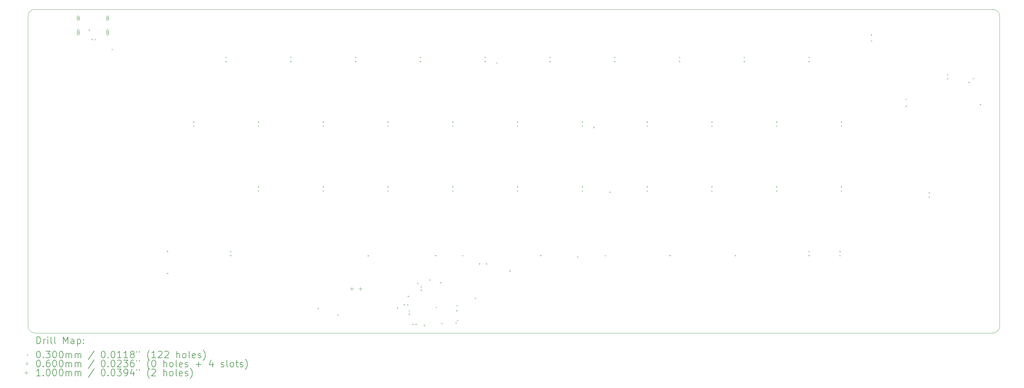
<source format=gbr>
%TF.GenerationSoftware,KiCad,Pcbnew,8.0.4*%
%TF.CreationDate,2024-09-09T16:00:11+08:00*%
%TF.ProjectId,PH60_Rev3,50483630-5f52-4657-9633-2e6b69636164,rev?*%
%TF.SameCoordinates,PX1b40518PY1b40518*%
%TF.FileFunction,Drillmap*%
%TF.FilePolarity,Positive*%
%FSLAX45Y45*%
G04 Gerber Fmt 4.5, Leading zero omitted, Abs format (unit mm)*
G04 Created by KiCad (PCBNEW 8.0.4) date 2024-09-09 16:00:11*
%MOMM*%
%LPD*%
G01*
G04 APERTURE LIST*
%ADD10C,0.050000*%
%ADD11C,0.200000*%
%ADD12C,0.100000*%
G04 APERTURE END LIST*
D10*
X28375000Y0D02*
G75*
G02*
X28575000Y-200000I0J-200000D01*
G01*
X28375000Y-9525000D02*
X200000Y-9525000D01*
X200000Y0D02*
X28375000Y0D01*
X0Y-200000D02*
G75*
G02*
X200000Y0I200000J0D01*
G01*
X28575000Y-9325000D02*
G75*
G02*
X28375000Y-9525000I-200000J0D01*
G01*
X200000Y-9525000D02*
G75*
G02*
X0Y-9325000I0J200000D01*
G01*
X28575000Y-200000D02*
X28575000Y-9325000D01*
X0Y-9325000D02*
X0Y-200000D01*
D11*
D12*
X1785000Y-593000D02*
X1815000Y-623000D01*
X1815000Y-593000D02*
X1785000Y-623000D01*
X1865000Y-870500D02*
X1895000Y-900500D01*
X1895000Y-870500D02*
X1865000Y-900500D01*
X1965000Y-870500D02*
X1995000Y-900500D01*
X1995000Y-870500D02*
X1965000Y-900500D01*
X2460000Y-1160000D02*
X2490000Y-1190000D01*
X2490000Y-1160000D02*
X2460000Y-1190000D01*
X4085000Y-7110500D02*
X4115000Y-7140500D01*
X4115000Y-7110500D02*
X4085000Y-7140500D01*
X4087350Y-7757650D02*
X4117350Y-7787650D01*
X4117350Y-7757650D02*
X4087350Y-7787650D01*
X4855450Y-3300500D02*
X4885450Y-3330500D01*
X4885450Y-3300500D02*
X4855450Y-3330500D01*
X4855450Y-3420500D02*
X4885450Y-3450500D01*
X4885450Y-3420500D02*
X4855450Y-3450500D01*
X5807950Y-1395500D02*
X5837950Y-1425500D01*
X5837950Y-1395500D02*
X5807950Y-1425500D01*
X5807950Y-1515500D02*
X5837950Y-1545500D01*
X5837950Y-1515500D02*
X5807950Y-1545500D01*
X5941450Y-7110500D02*
X5971450Y-7140500D01*
X5971450Y-7110500D02*
X5941450Y-7140500D01*
X5941450Y-7230500D02*
X5971450Y-7260500D01*
X5971450Y-7230500D02*
X5941450Y-7260500D01*
X6760450Y-3300500D02*
X6790450Y-3330500D01*
X6790450Y-3300500D02*
X6760450Y-3330500D01*
X6760450Y-3420500D02*
X6790450Y-3450500D01*
X6790450Y-3420500D02*
X6760450Y-3450500D01*
X6760450Y-5205500D02*
X6790450Y-5235500D01*
X6790450Y-5205500D02*
X6760450Y-5235500D01*
X6760450Y-5325500D02*
X6790450Y-5355500D01*
X6790450Y-5325500D02*
X6760450Y-5355500D01*
X7712950Y-1395500D02*
X7742950Y-1425500D01*
X7742950Y-1395500D02*
X7712950Y-1425500D01*
X7712950Y-1515500D02*
X7742950Y-1545500D01*
X7742950Y-1515500D02*
X7712950Y-1545500D01*
X8516250Y-8790000D02*
X8546250Y-8820000D01*
X8546250Y-8790000D02*
X8516250Y-8820000D01*
X8665450Y-3300500D02*
X8695450Y-3330500D01*
X8695450Y-3300500D02*
X8665450Y-3330500D01*
X8665450Y-3420500D02*
X8695450Y-3450500D01*
X8695450Y-3420500D02*
X8665450Y-3450500D01*
X8665450Y-5205500D02*
X8695450Y-5235500D01*
X8695450Y-5205500D02*
X8665450Y-5235500D01*
X8665450Y-5325500D02*
X8695450Y-5355500D01*
X8695450Y-5325500D02*
X8665450Y-5355500D01*
X9094250Y-8975000D02*
X9124250Y-9005000D01*
X9124250Y-8975000D02*
X9094250Y-9005000D01*
X9617950Y-1395500D02*
X9647950Y-1425500D01*
X9647950Y-1395500D02*
X9617950Y-1425500D01*
X9617950Y-1515500D02*
X9647950Y-1545500D01*
X9647950Y-1515500D02*
X9617950Y-1545500D01*
X9985000Y-7235000D02*
X10015000Y-7265000D01*
X10015000Y-7235000D02*
X9985000Y-7265000D01*
X10570450Y-3300500D02*
X10600450Y-3330500D01*
X10600450Y-3300500D02*
X10570450Y-3330500D01*
X10570450Y-3420500D02*
X10600450Y-3450500D01*
X10600450Y-3420500D02*
X10570450Y-3450500D01*
X10570450Y-5205500D02*
X10600450Y-5235500D01*
X10600450Y-5205500D02*
X10570450Y-5235500D01*
X10570450Y-5325500D02*
X10600450Y-5355500D01*
X10600450Y-5325500D02*
X10570450Y-5355500D01*
X10848250Y-8775000D02*
X10878250Y-8805000D01*
X10878250Y-8775000D02*
X10848250Y-8805000D01*
X11044250Y-8675000D02*
X11074250Y-8705000D01*
X11074250Y-8675000D02*
X11044250Y-8705000D01*
X11148250Y-8675000D02*
X11178250Y-8705000D01*
X11178250Y-8675000D02*
X11148250Y-8705000D01*
X11160000Y-8427000D02*
X11190000Y-8457000D01*
X11190000Y-8427000D02*
X11160000Y-8457000D01*
X11196500Y-8855000D02*
X11226500Y-8885000D01*
X11226500Y-8855000D02*
X11196500Y-8885000D01*
X11196500Y-8955000D02*
X11226500Y-8985000D01*
X11226500Y-8955000D02*
X11196500Y-8985000D01*
X11299500Y-9255000D02*
X11329500Y-9285000D01*
X11329500Y-9255000D02*
X11299500Y-9285000D01*
X11395500Y-9255000D02*
X11425500Y-9285000D01*
X11425500Y-9255000D02*
X11395500Y-9285000D01*
X11447250Y-8046000D02*
X11477250Y-8076000D01*
X11477250Y-8046000D02*
X11447250Y-8076000D01*
X11522950Y-1395500D02*
X11552950Y-1425500D01*
X11552950Y-1395500D02*
X11522950Y-1425500D01*
X11522950Y-1515500D02*
X11552950Y-1545500D01*
X11552950Y-1515500D02*
X11522950Y-1545500D01*
X11546250Y-8152000D02*
X11576250Y-8182000D01*
X11576250Y-8152000D02*
X11546250Y-8182000D01*
X11546250Y-8248000D02*
X11576250Y-8278000D01*
X11576250Y-8248000D02*
X11546250Y-8278000D01*
X11635000Y-9286000D02*
X11665000Y-9316000D01*
X11665000Y-9286000D02*
X11635000Y-9316000D01*
X11799779Y-7945221D02*
X11829779Y-7975221D01*
X11829779Y-7945221D02*
X11799779Y-7975221D01*
X11970978Y-7230500D02*
X12000978Y-7260500D01*
X12000978Y-7230500D02*
X11970978Y-7260500D01*
X11991250Y-8755000D02*
X12021250Y-8785000D01*
X12021250Y-8755000D02*
X11991250Y-8785000D01*
X12115000Y-8027000D02*
X12145000Y-8057000D01*
X12145000Y-8027000D02*
X12115000Y-8057000D01*
X12158000Y-9225000D02*
X12188000Y-9255000D01*
X12188000Y-9225000D02*
X12158000Y-9255000D01*
X12475450Y-3300500D02*
X12505450Y-3330500D01*
X12505450Y-3300500D02*
X12475450Y-3330500D01*
X12475450Y-3420500D02*
X12505450Y-3450500D01*
X12505450Y-3420500D02*
X12475450Y-3450500D01*
X12475450Y-5205500D02*
X12505450Y-5235500D01*
X12505450Y-5205500D02*
X12475450Y-5235500D01*
X12475450Y-5325500D02*
X12505450Y-5355500D01*
X12505450Y-5325500D02*
X12475450Y-5355500D01*
X12570676Y-9206574D02*
X12600676Y-9236574D01*
X12600676Y-9206574D02*
X12570676Y-9236574D01*
X12586807Y-8858193D02*
X12616807Y-8888193D01*
X12616807Y-8858193D02*
X12586807Y-8888193D01*
X12601586Y-8703267D02*
X12631586Y-8733267D01*
X12631586Y-8703267D02*
X12601586Y-8733267D01*
X12614926Y-9139927D02*
X12644926Y-9169927D01*
X12644926Y-9139927D02*
X12614926Y-9169927D01*
X12770078Y-7230500D02*
X12800078Y-7260500D01*
X12800078Y-7230500D02*
X12770078Y-7260500D01*
X13140000Y-8490000D02*
X13170000Y-8520000D01*
X13170000Y-8490000D02*
X13140000Y-8520000D01*
X13260000Y-7470500D02*
X13290000Y-7500500D01*
X13290000Y-7470500D02*
X13260000Y-7500500D01*
X13427950Y-1395500D02*
X13457950Y-1425500D01*
X13457950Y-1395500D02*
X13427950Y-1425500D01*
X13427950Y-1515500D02*
X13457950Y-1545500D01*
X13457950Y-1515500D02*
X13427950Y-1545500D01*
X13465000Y-7470500D02*
X13495000Y-7500500D01*
X13495000Y-7470500D02*
X13465000Y-7500500D01*
X13764500Y-1555500D02*
X13794500Y-1585500D01*
X13794500Y-1555500D02*
X13764500Y-1585500D01*
X14160000Y-7685000D02*
X14190000Y-7715000D01*
X14190000Y-7685000D02*
X14160000Y-7715000D01*
X14380450Y-3300500D02*
X14410450Y-3330500D01*
X14410450Y-3300500D02*
X14380450Y-3330500D01*
X14380450Y-3420500D02*
X14410450Y-3450500D01*
X14410450Y-3420500D02*
X14380450Y-3450500D01*
X14380450Y-5205500D02*
X14410450Y-5235500D01*
X14410450Y-5205500D02*
X14380450Y-5235500D01*
X14380450Y-5325500D02*
X14410450Y-5355500D01*
X14410450Y-5325500D02*
X14380450Y-5355500D01*
X15060000Y-7230500D02*
X15090000Y-7260500D01*
X15090000Y-7230500D02*
X15060000Y-7260500D01*
X15332950Y-1395500D02*
X15362950Y-1425500D01*
X15362950Y-1395500D02*
X15332950Y-1425500D01*
X15332950Y-1515500D02*
X15362950Y-1545500D01*
X15362950Y-1515500D02*
X15332950Y-1545500D01*
X16145750Y-7270500D02*
X16175750Y-7300500D01*
X16175750Y-7270500D02*
X16145750Y-7300500D01*
X16285450Y-3300500D02*
X16315450Y-3330500D01*
X16315450Y-3300500D02*
X16285450Y-3330500D01*
X16285450Y-3420500D02*
X16315450Y-3450500D01*
X16315450Y-3420500D02*
X16285450Y-3450500D01*
X16285450Y-5205500D02*
X16315450Y-5235500D01*
X16315450Y-5205500D02*
X16285450Y-5235500D01*
X16285450Y-5325500D02*
X16315450Y-5355500D01*
X16315450Y-5325500D02*
X16285450Y-5355500D01*
X16622000Y-3460500D02*
X16652000Y-3490500D01*
X16652000Y-3460500D02*
X16622000Y-3490500D01*
X16960000Y-7230500D02*
X16990000Y-7260500D01*
X16990000Y-7230500D02*
X16960000Y-7260500D01*
X17098250Y-5365500D02*
X17128250Y-5395500D01*
X17128250Y-5365500D02*
X17098250Y-5395500D01*
X17237950Y-1395500D02*
X17267950Y-1425500D01*
X17267950Y-1395500D02*
X17237950Y-1425500D01*
X17237950Y-1515500D02*
X17267950Y-1545500D01*
X17267950Y-1515500D02*
X17237950Y-1545500D01*
X18190450Y-3300500D02*
X18220450Y-3330500D01*
X18220450Y-3300500D02*
X18190450Y-3330500D01*
X18190450Y-3420500D02*
X18220450Y-3450500D01*
X18220450Y-3420500D02*
X18190450Y-3450500D01*
X18190450Y-5205500D02*
X18220450Y-5235500D01*
X18220450Y-5205500D02*
X18190450Y-5235500D01*
X18190450Y-5325500D02*
X18220450Y-5355500D01*
X18220450Y-5325500D02*
X18190450Y-5355500D01*
X18860000Y-7230500D02*
X18890000Y-7260500D01*
X18890000Y-7230500D02*
X18860000Y-7260500D01*
X19142950Y-1395500D02*
X19172950Y-1425500D01*
X19172950Y-1395500D02*
X19142950Y-1425500D01*
X19142950Y-1515500D02*
X19172950Y-1545500D01*
X19172950Y-1515500D02*
X19142950Y-1545500D01*
X20095450Y-3300500D02*
X20125450Y-3330500D01*
X20125450Y-3300500D02*
X20095450Y-3330500D01*
X20095450Y-3420500D02*
X20125450Y-3450500D01*
X20125450Y-3420500D02*
X20095450Y-3450500D01*
X20095450Y-5205500D02*
X20125450Y-5235500D01*
X20125450Y-5205500D02*
X20095450Y-5235500D01*
X20095450Y-5325500D02*
X20125450Y-5355500D01*
X20125450Y-5325500D02*
X20095450Y-5355500D01*
X20785000Y-7230500D02*
X20815000Y-7260500D01*
X20815000Y-7230500D02*
X20785000Y-7260500D01*
X21047950Y-1395500D02*
X21077950Y-1425500D01*
X21077950Y-1395500D02*
X21047950Y-1425500D01*
X21047950Y-1515500D02*
X21077950Y-1545500D01*
X21077950Y-1515500D02*
X21047950Y-1545500D01*
X22000450Y-3300500D02*
X22030450Y-3330500D01*
X22030450Y-3300500D02*
X22000450Y-3330500D01*
X22000450Y-3420500D02*
X22030450Y-3450500D01*
X22030450Y-3420500D02*
X22000450Y-3450500D01*
X22000450Y-5205500D02*
X22030450Y-5235500D01*
X22030450Y-5205500D02*
X22000450Y-5235500D01*
X22000450Y-5325500D02*
X22030450Y-5355500D01*
X22030450Y-5325500D02*
X22000450Y-5355500D01*
X22952950Y-1395500D02*
X22982950Y-1425500D01*
X22982950Y-1395500D02*
X22952950Y-1425500D01*
X22952950Y-1515500D02*
X22982950Y-1545500D01*
X22982950Y-1515500D02*
X22952950Y-1545500D01*
X22952950Y-7110500D02*
X22982950Y-7140500D01*
X22982950Y-7110500D02*
X22952950Y-7140500D01*
X22952950Y-7230500D02*
X22982950Y-7260500D01*
X22982950Y-7230500D02*
X22952950Y-7260500D01*
X23860000Y-7110500D02*
X23890000Y-7140500D01*
X23890000Y-7110500D02*
X23860000Y-7140500D01*
X23860000Y-7230500D02*
X23890000Y-7260500D01*
X23890000Y-7230500D02*
X23860000Y-7260500D01*
X23905450Y-3300500D02*
X23935450Y-3330500D01*
X23935450Y-3300500D02*
X23905450Y-3330500D01*
X23905450Y-3420500D02*
X23935450Y-3450500D01*
X23935450Y-3420500D02*
X23905450Y-3450500D01*
X23905450Y-5205500D02*
X23935450Y-5235500D01*
X23935450Y-5205500D02*
X23905450Y-5235500D01*
X23905450Y-5325500D02*
X23935450Y-5355500D01*
X23935450Y-5325500D02*
X23905450Y-5355500D01*
X24785000Y-735000D02*
X24815000Y-765000D01*
X24815000Y-735000D02*
X24785000Y-765000D01*
X24786926Y-911926D02*
X24816926Y-941926D01*
X24816926Y-911926D02*
X24786926Y-941926D01*
X25810000Y-2635000D02*
X25840000Y-2665000D01*
X25840000Y-2635000D02*
X25810000Y-2665000D01*
X25810000Y-2835000D02*
X25840000Y-2865000D01*
X25840000Y-2835000D02*
X25810000Y-2865000D01*
X26485000Y-5383000D02*
X26515000Y-5413000D01*
X26515000Y-5383000D02*
X26485000Y-5413000D01*
X26485000Y-5503000D02*
X26515000Y-5533000D01*
X26515000Y-5503000D02*
X26485000Y-5533000D01*
X27023300Y-1900000D02*
X27053300Y-1930000D01*
X27053300Y-1900000D02*
X27023300Y-1930000D01*
X27023300Y-2020000D02*
X27053300Y-2050000D01*
X27053300Y-2020000D02*
X27023300Y-2050000D01*
X27660000Y-2135000D02*
X27690000Y-2165000D01*
X27690000Y-2135000D02*
X27660000Y-2165000D01*
X27780711Y-2014289D02*
X27810711Y-2044289D01*
X27810711Y-2014289D02*
X27780711Y-2044289D01*
X27987375Y-2785000D02*
X28017375Y-2815000D01*
X28017375Y-2785000D02*
X27987375Y-2815000D01*
X1503000Y-260000D02*
G75*
G02*
X1443000Y-260000I-30000J0D01*
G01*
X1443000Y-260000D02*
G75*
G02*
X1503000Y-260000I30000J0D01*
G01*
X1443000Y-220000D02*
X1443000Y-300000D01*
X1503000Y-300000D02*
G75*
G02*
X1443000Y-300000I-30000J0D01*
G01*
X1503000Y-300000D02*
X1503000Y-220000D01*
X1503000Y-220000D02*
G75*
G03*
X1443000Y-220000I-30000J0D01*
G01*
X1503000Y-678000D02*
G75*
G02*
X1443000Y-678000I-30000J0D01*
G01*
X1443000Y-678000D02*
G75*
G02*
X1503000Y-678000I30000J0D01*
G01*
X1443000Y-623000D02*
X1443000Y-733000D01*
X1503000Y-733000D02*
G75*
G02*
X1443000Y-733000I-30000J0D01*
G01*
X1503000Y-733000D02*
X1503000Y-623000D01*
X1503000Y-623000D02*
G75*
G03*
X1443000Y-623000I-30000J0D01*
G01*
X2367000Y-260000D02*
G75*
G02*
X2307000Y-260000I-30000J0D01*
G01*
X2307000Y-260000D02*
G75*
G02*
X2367000Y-260000I30000J0D01*
G01*
X2307000Y-220000D02*
X2307000Y-300000D01*
X2367000Y-300000D02*
G75*
G02*
X2307000Y-300000I-30000J0D01*
G01*
X2367000Y-300000D02*
X2367000Y-220000D01*
X2367000Y-220000D02*
G75*
G03*
X2307000Y-220000I-30000J0D01*
G01*
X2367000Y-678000D02*
G75*
G02*
X2307000Y-678000I-30000J0D01*
G01*
X2307000Y-678000D02*
G75*
G02*
X2367000Y-678000I30000J0D01*
G01*
X2307000Y-623000D02*
X2307000Y-733000D01*
X2367000Y-733000D02*
G75*
G02*
X2307000Y-733000I-30000J0D01*
G01*
X2367000Y-733000D02*
X2367000Y-623000D01*
X2367000Y-623000D02*
G75*
G03*
X2307000Y-623000I-30000J0D01*
G01*
X9522500Y-8175000D02*
X9522500Y-8275000D01*
X9472500Y-8225000D02*
X9572500Y-8225000D01*
X9776500Y-8175000D02*
X9776500Y-8275000D01*
X9726500Y-8225000D02*
X9826500Y-8225000D01*
D11*
X258277Y-9838984D02*
X258277Y-9638984D01*
X258277Y-9638984D02*
X305896Y-9638984D01*
X305896Y-9638984D02*
X334467Y-9648508D01*
X334467Y-9648508D02*
X353515Y-9667555D01*
X353515Y-9667555D02*
X363039Y-9686603D01*
X363039Y-9686603D02*
X372562Y-9724698D01*
X372562Y-9724698D02*
X372562Y-9753270D01*
X372562Y-9753270D02*
X363039Y-9791365D01*
X363039Y-9791365D02*
X353515Y-9810412D01*
X353515Y-9810412D02*
X334467Y-9829460D01*
X334467Y-9829460D02*
X305896Y-9838984D01*
X305896Y-9838984D02*
X258277Y-9838984D01*
X458277Y-9838984D02*
X458277Y-9705650D01*
X458277Y-9743746D02*
X467801Y-9724698D01*
X467801Y-9724698D02*
X477324Y-9715174D01*
X477324Y-9715174D02*
X496372Y-9705650D01*
X496372Y-9705650D02*
X515420Y-9705650D01*
X582086Y-9838984D02*
X582086Y-9705650D01*
X582086Y-9638984D02*
X572563Y-9648508D01*
X572563Y-9648508D02*
X582086Y-9658031D01*
X582086Y-9658031D02*
X591610Y-9648508D01*
X591610Y-9648508D02*
X582086Y-9638984D01*
X582086Y-9638984D02*
X582086Y-9658031D01*
X705896Y-9838984D02*
X686848Y-9829460D01*
X686848Y-9829460D02*
X677324Y-9810412D01*
X677324Y-9810412D02*
X677324Y-9638984D01*
X810658Y-9838984D02*
X791610Y-9829460D01*
X791610Y-9829460D02*
X782086Y-9810412D01*
X782086Y-9810412D02*
X782086Y-9638984D01*
X1039229Y-9838984D02*
X1039229Y-9638984D01*
X1039229Y-9638984D02*
X1105896Y-9781841D01*
X1105896Y-9781841D02*
X1172563Y-9638984D01*
X1172563Y-9638984D02*
X1172563Y-9838984D01*
X1353515Y-9838984D02*
X1353515Y-9734222D01*
X1353515Y-9734222D02*
X1343991Y-9715174D01*
X1343991Y-9715174D02*
X1324944Y-9705650D01*
X1324944Y-9705650D02*
X1286848Y-9705650D01*
X1286848Y-9705650D02*
X1267801Y-9715174D01*
X1353515Y-9829460D02*
X1334467Y-9838984D01*
X1334467Y-9838984D02*
X1286848Y-9838984D01*
X1286848Y-9838984D02*
X1267801Y-9829460D01*
X1267801Y-9829460D02*
X1258277Y-9810412D01*
X1258277Y-9810412D02*
X1258277Y-9791365D01*
X1258277Y-9791365D02*
X1267801Y-9772317D01*
X1267801Y-9772317D02*
X1286848Y-9762793D01*
X1286848Y-9762793D02*
X1334467Y-9762793D01*
X1334467Y-9762793D02*
X1353515Y-9753270D01*
X1448753Y-9705650D02*
X1448753Y-9905650D01*
X1448753Y-9715174D02*
X1467801Y-9705650D01*
X1467801Y-9705650D02*
X1505896Y-9705650D01*
X1505896Y-9705650D02*
X1524943Y-9715174D01*
X1524943Y-9715174D02*
X1534467Y-9724698D01*
X1534467Y-9724698D02*
X1543991Y-9743746D01*
X1543991Y-9743746D02*
X1543991Y-9800889D01*
X1543991Y-9800889D02*
X1534467Y-9819936D01*
X1534467Y-9819936D02*
X1524943Y-9829460D01*
X1524943Y-9829460D02*
X1505896Y-9838984D01*
X1505896Y-9838984D02*
X1467801Y-9838984D01*
X1467801Y-9838984D02*
X1448753Y-9829460D01*
X1629705Y-9819936D02*
X1639229Y-9829460D01*
X1639229Y-9829460D02*
X1629705Y-9838984D01*
X1629705Y-9838984D02*
X1620182Y-9829460D01*
X1620182Y-9829460D02*
X1629705Y-9819936D01*
X1629705Y-9819936D02*
X1629705Y-9838984D01*
X1629705Y-9715174D02*
X1639229Y-9724698D01*
X1639229Y-9724698D02*
X1629705Y-9734222D01*
X1629705Y-9734222D02*
X1620182Y-9724698D01*
X1620182Y-9724698D02*
X1629705Y-9715174D01*
X1629705Y-9715174D02*
X1629705Y-9734222D01*
D12*
X-32500Y-10152500D02*
X-2500Y-10182500D01*
X-2500Y-10152500D02*
X-32500Y-10182500D01*
D11*
X296372Y-10058984D02*
X315420Y-10058984D01*
X315420Y-10058984D02*
X334467Y-10068508D01*
X334467Y-10068508D02*
X343991Y-10078031D01*
X343991Y-10078031D02*
X353515Y-10097079D01*
X353515Y-10097079D02*
X363039Y-10135174D01*
X363039Y-10135174D02*
X363039Y-10182793D01*
X363039Y-10182793D02*
X353515Y-10220889D01*
X353515Y-10220889D02*
X343991Y-10239936D01*
X343991Y-10239936D02*
X334467Y-10249460D01*
X334467Y-10249460D02*
X315420Y-10258984D01*
X315420Y-10258984D02*
X296372Y-10258984D01*
X296372Y-10258984D02*
X277324Y-10249460D01*
X277324Y-10249460D02*
X267801Y-10239936D01*
X267801Y-10239936D02*
X258277Y-10220889D01*
X258277Y-10220889D02*
X248753Y-10182793D01*
X248753Y-10182793D02*
X248753Y-10135174D01*
X248753Y-10135174D02*
X258277Y-10097079D01*
X258277Y-10097079D02*
X267801Y-10078031D01*
X267801Y-10078031D02*
X277324Y-10068508D01*
X277324Y-10068508D02*
X296372Y-10058984D01*
X448753Y-10239936D02*
X458277Y-10249460D01*
X458277Y-10249460D02*
X448753Y-10258984D01*
X448753Y-10258984D02*
X439229Y-10249460D01*
X439229Y-10249460D02*
X448753Y-10239936D01*
X448753Y-10239936D02*
X448753Y-10258984D01*
X524944Y-10058984D02*
X648753Y-10058984D01*
X648753Y-10058984D02*
X582086Y-10135174D01*
X582086Y-10135174D02*
X610658Y-10135174D01*
X610658Y-10135174D02*
X629705Y-10144698D01*
X629705Y-10144698D02*
X639229Y-10154222D01*
X639229Y-10154222D02*
X648753Y-10173270D01*
X648753Y-10173270D02*
X648753Y-10220889D01*
X648753Y-10220889D02*
X639229Y-10239936D01*
X639229Y-10239936D02*
X629705Y-10249460D01*
X629705Y-10249460D02*
X610658Y-10258984D01*
X610658Y-10258984D02*
X553515Y-10258984D01*
X553515Y-10258984D02*
X534467Y-10249460D01*
X534467Y-10249460D02*
X524944Y-10239936D01*
X772562Y-10058984D02*
X791610Y-10058984D01*
X791610Y-10058984D02*
X810658Y-10068508D01*
X810658Y-10068508D02*
X820182Y-10078031D01*
X820182Y-10078031D02*
X829705Y-10097079D01*
X829705Y-10097079D02*
X839229Y-10135174D01*
X839229Y-10135174D02*
X839229Y-10182793D01*
X839229Y-10182793D02*
X829705Y-10220889D01*
X829705Y-10220889D02*
X820182Y-10239936D01*
X820182Y-10239936D02*
X810658Y-10249460D01*
X810658Y-10249460D02*
X791610Y-10258984D01*
X791610Y-10258984D02*
X772562Y-10258984D01*
X772562Y-10258984D02*
X753515Y-10249460D01*
X753515Y-10249460D02*
X743991Y-10239936D01*
X743991Y-10239936D02*
X734467Y-10220889D01*
X734467Y-10220889D02*
X724943Y-10182793D01*
X724943Y-10182793D02*
X724943Y-10135174D01*
X724943Y-10135174D02*
X734467Y-10097079D01*
X734467Y-10097079D02*
X743991Y-10078031D01*
X743991Y-10078031D02*
X753515Y-10068508D01*
X753515Y-10068508D02*
X772562Y-10058984D01*
X963039Y-10058984D02*
X982086Y-10058984D01*
X982086Y-10058984D02*
X1001134Y-10068508D01*
X1001134Y-10068508D02*
X1010658Y-10078031D01*
X1010658Y-10078031D02*
X1020182Y-10097079D01*
X1020182Y-10097079D02*
X1029705Y-10135174D01*
X1029705Y-10135174D02*
X1029705Y-10182793D01*
X1029705Y-10182793D02*
X1020182Y-10220889D01*
X1020182Y-10220889D02*
X1010658Y-10239936D01*
X1010658Y-10239936D02*
X1001134Y-10249460D01*
X1001134Y-10249460D02*
X982086Y-10258984D01*
X982086Y-10258984D02*
X963039Y-10258984D01*
X963039Y-10258984D02*
X943991Y-10249460D01*
X943991Y-10249460D02*
X934467Y-10239936D01*
X934467Y-10239936D02*
X924943Y-10220889D01*
X924943Y-10220889D02*
X915420Y-10182793D01*
X915420Y-10182793D02*
X915420Y-10135174D01*
X915420Y-10135174D02*
X924943Y-10097079D01*
X924943Y-10097079D02*
X934467Y-10078031D01*
X934467Y-10078031D02*
X943991Y-10068508D01*
X943991Y-10068508D02*
X963039Y-10058984D01*
X1115420Y-10258984D02*
X1115420Y-10125650D01*
X1115420Y-10144698D02*
X1124944Y-10135174D01*
X1124944Y-10135174D02*
X1143991Y-10125650D01*
X1143991Y-10125650D02*
X1172563Y-10125650D01*
X1172563Y-10125650D02*
X1191610Y-10135174D01*
X1191610Y-10135174D02*
X1201134Y-10154222D01*
X1201134Y-10154222D02*
X1201134Y-10258984D01*
X1201134Y-10154222D02*
X1210658Y-10135174D01*
X1210658Y-10135174D02*
X1229705Y-10125650D01*
X1229705Y-10125650D02*
X1258277Y-10125650D01*
X1258277Y-10125650D02*
X1277325Y-10135174D01*
X1277325Y-10135174D02*
X1286848Y-10154222D01*
X1286848Y-10154222D02*
X1286848Y-10258984D01*
X1382086Y-10258984D02*
X1382086Y-10125650D01*
X1382086Y-10144698D02*
X1391610Y-10135174D01*
X1391610Y-10135174D02*
X1410658Y-10125650D01*
X1410658Y-10125650D02*
X1439229Y-10125650D01*
X1439229Y-10125650D02*
X1458277Y-10135174D01*
X1458277Y-10135174D02*
X1467801Y-10154222D01*
X1467801Y-10154222D02*
X1467801Y-10258984D01*
X1467801Y-10154222D02*
X1477324Y-10135174D01*
X1477324Y-10135174D02*
X1496372Y-10125650D01*
X1496372Y-10125650D02*
X1524943Y-10125650D01*
X1524943Y-10125650D02*
X1543991Y-10135174D01*
X1543991Y-10135174D02*
X1553515Y-10154222D01*
X1553515Y-10154222D02*
X1553515Y-10258984D01*
X1943991Y-10049460D02*
X1772563Y-10306603D01*
X2201134Y-10058984D02*
X2220182Y-10058984D01*
X2220182Y-10058984D02*
X2239229Y-10068508D01*
X2239229Y-10068508D02*
X2248753Y-10078031D01*
X2248753Y-10078031D02*
X2258277Y-10097079D01*
X2258277Y-10097079D02*
X2267801Y-10135174D01*
X2267801Y-10135174D02*
X2267801Y-10182793D01*
X2267801Y-10182793D02*
X2258277Y-10220889D01*
X2258277Y-10220889D02*
X2248753Y-10239936D01*
X2248753Y-10239936D02*
X2239229Y-10249460D01*
X2239229Y-10249460D02*
X2220182Y-10258984D01*
X2220182Y-10258984D02*
X2201134Y-10258984D01*
X2201134Y-10258984D02*
X2182087Y-10249460D01*
X2182087Y-10249460D02*
X2172563Y-10239936D01*
X2172563Y-10239936D02*
X2163039Y-10220889D01*
X2163039Y-10220889D02*
X2153515Y-10182793D01*
X2153515Y-10182793D02*
X2153515Y-10135174D01*
X2153515Y-10135174D02*
X2163039Y-10097079D01*
X2163039Y-10097079D02*
X2172563Y-10078031D01*
X2172563Y-10078031D02*
X2182087Y-10068508D01*
X2182087Y-10068508D02*
X2201134Y-10058984D01*
X2353515Y-10239936D02*
X2363039Y-10249460D01*
X2363039Y-10249460D02*
X2353515Y-10258984D01*
X2353515Y-10258984D02*
X2343991Y-10249460D01*
X2343991Y-10249460D02*
X2353515Y-10239936D01*
X2353515Y-10239936D02*
X2353515Y-10258984D01*
X2486848Y-10058984D02*
X2505896Y-10058984D01*
X2505896Y-10058984D02*
X2524944Y-10068508D01*
X2524944Y-10068508D02*
X2534468Y-10078031D01*
X2534468Y-10078031D02*
X2543991Y-10097079D01*
X2543991Y-10097079D02*
X2553515Y-10135174D01*
X2553515Y-10135174D02*
X2553515Y-10182793D01*
X2553515Y-10182793D02*
X2543991Y-10220889D01*
X2543991Y-10220889D02*
X2534468Y-10239936D01*
X2534468Y-10239936D02*
X2524944Y-10249460D01*
X2524944Y-10249460D02*
X2505896Y-10258984D01*
X2505896Y-10258984D02*
X2486848Y-10258984D01*
X2486848Y-10258984D02*
X2467801Y-10249460D01*
X2467801Y-10249460D02*
X2458277Y-10239936D01*
X2458277Y-10239936D02*
X2448753Y-10220889D01*
X2448753Y-10220889D02*
X2439229Y-10182793D01*
X2439229Y-10182793D02*
X2439229Y-10135174D01*
X2439229Y-10135174D02*
X2448753Y-10097079D01*
X2448753Y-10097079D02*
X2458277Y-10078031D01*
X2458277Y-10078031D02*
X2467801Y-10068508D01*
X2467801Y-10068508D02*
X2486848Y-10058984D01*
X2743991Y-10258984D02*
X2629706Y-10258984D01*
X2686848Y-10258984D02*
X2686848Y-10058984D01*
X2686848Y-10058984D02*
X2667801Y-10087555D01*
X2667801Y-10087555D02*
X2648753Y-10106603D01*
X2648753Y-10106603D02*
X2629706Y-10116127D01*
X2934467Y-10258984D02*
X2820182Y-10258984D01*
X2877325Y-10258984D02*
X2877325Y-10058984D01*
X2877325Y-10058984D02*
X2858277Y-10087555D01*
X2858277Y-10087555D02*
X2839229Y-10106603D01*
X2839229Y-10106603D02*
X2820182Y-10116127D01*
X3048753Y-10144698D02*
X3029706Y-10135174D01*
X3029706Y-10135174D02*
X3020182Y-10125650D01*
X3020182Y-10125650D02*
X3010658Y-10106603D01*
X3010658Y-10106603D02*
X3010658Y-10097079D01*
X3010658Y-10097079D02*
X3020182Y-10078031D01*
X3020182Y-10078031D02*
X3029706Y-10068508D01*
X3029706Y-10068508D02*
X3048753Y-10058984D01*
X3048753Y-10058984D02*
X3086848Y-10058984D01*
X3086848Y-10058984D02*
X3105896Y-10068508D01*
X3105896Y-10068508D02*
X3115420Y-10078031D01*
X3115420Y-10078031D02*
X3124944Y-10097079D01*
X3124944Y-10097079D02*
X3124944Y-10106603D01*
X3124944Y-10106603D02*
X3115420Y-10125650D01*
X3115420Y-10125650D02*
X3105896Y-10135174D01*
X3105896Y-10135174D02*
X3086848Y-10144698D01*
X3086848Y-10144698D02*
X3048753Y-10144698D01*
X3048753Y-10144698D02*
X3029706Y-10154222D01*
X3029706Y-10154222D02*
X3020182Y-10163746D01*
X3020182Y-10163746D02*
X3010658Y-10182793D01*
X3010658Y-10182793D02*
X3010658Y-10220889D01*
X3010658Y-10220889D02*
X3020182Y-10239936D01*
X3020182Y-10239936D02*
X3029706Y-10249460D01*
X3029706Y-10249460D02*
X3048753Y-10258984D01*
X3048753Y-10258984D02*
X3086848Y-10258984D01*
X3086848Y-10258984D02*
X3105896Y-10249460D01*
X3105896Y-10249460D02*
X3115420Y-10239936D01*
X3115420Y-10239936D02*
X3124944Y-10220889D01*
X3124944Y-10220889D02*
X3124944Y-10182793D01*
X3124944Y-10182793D02*
X3115420Y-10163746D01*
X3115420Y-10163746D02*
X3105896Y-10154222D01*
X3105896Y-10154222D02*
X3086848Y-10144698D01*
X3201134Y-10058984D02*
X3201134Y-10097079D01*
X3277325Y-10058984D02*
X3277325Y-10097079D01*
X3572563Y-10335174D02*
X3563039Y-10325650D01*
X3563039Y-10325650D02*
X3543991Y-10297079D01*
X3543991Y-10297079D02*
X3534468Y-10278031D01*
X3534468Y-10278031D02*
X3524944Y-10249460D01*
X3524944Y-10249460D02*
X3515420Y-10201841D01*
X3515420Y-10201841D02*
X3515420Y-10163746D01*
X3515420Y-10163746D02*
X3524944Y-10116127D01*
X3524944Y-10116127D02*
X3534468Y-10087555D01*
X3534468Y-10087555D02*
X3543991Y-10068508D01*
X3543991Y-10068508D02*
X3563039Y-10039936D01*
X3563039Y-10039936D02*
X3572563Y-10030412D01*
X3753515Y-10258984D02*
X3639229Y-10258984D01*
X3696372Y-10258984D02*
X3696372Y-10058984D01*
X3696372Y-10058984D02*
X3677325Y-10087555D01*
X3677325Y-10087555D02*
X3658277Y-10106603D01*
X3658277Y-10106603D02*
X3639229Y-10116127D01*
X3829706Y-10078031D02*
X3839229Y-10068508D01*
X3839229Y-10068508D02*
X3858277Y-10058984D01*
X3858277Y-10058984D02*
X3905896Y-10058984D01*
X3905896Y-10058984D02*
X3924944Y-10068508D01*
X3924944Y-10068508D02*
X3934468Y-10078031D01*
X3934468Y-10078031D02*
X3943991Y-10097079D01*
X3943991Y-10097079D02*
X3943991Y-10116127D01*
X3943991Y-10116127D02*
X3934468Y-10144698D01*
X3934468Y-10144698D02*
X3820182Y-10258984D01*
X3820182Y-10258984D02*
X3943991Y-10258984D01*
X4020182Y-10078031D02*
X4029706Y-10068508D01*
X4029706Y-10068508D02*
X4048753Y-10058984D01*
X4048753Y-10058984D02*
X4096372Y-10058984D01*
X4096372Y-10058984D02*
X4115420Y-10068508D01*
X4115420Y-10068508D02*
X4124944Y-10078031D01*
X4124944Y-10078031D02*
X4134468Y-10097079D01*
X4134468Y-10097079D02*
X4134468Y-10116127D01*
X4134468Y-10116127D02*
X4124944Y-10144698D01*
X4124944Y-10144698D02*
X4010658Y-10258984D01*
X4010658Y-10258984D02*
X4134468Y-10258984D01*
X4372563Y-10258984D02*
X4372563Y-10058984D01*
X4458277Y-10258984D02*
X4458277Y-10154222D01*
X4458277Y-10154222D02*
X4448753Y-10135174D01*
X4448753Y-10135174D02*
X4429706Y-10125650D01*
X4429706Y-10125650D02*
X4401134Y-10125650D01*
X4401134Y-10125650D02*
X4382087Y-10135174D01*
X4382087Y-10135174D02*
X4372563Y-10144698D01*
X4582087Y-10258984D02*
X4563039Y-10249460D01*
X4563039Y-10249460D02*
X4553515Y-10239936D01*
X4553515Y-10239936D02*
X4543992Y-10220889D01*
X4543992Y-10220889D02*
X4543992Y-10163746D01*
X4543992Y-10163746D02*
X4553515Y-10144698D01*
X4553515Y-10144698D02*
X4563039Y-10135174D01*
X4563039Y-10135174D02*
X4582087Y-10125650D01*
X4582087Y-10125650D02*
X4610658Y-10125650D01*
X4610658Y-10125650D02*
X4629706Y-10135174D01*
X4629706Y-10135174D02*
X4639230Y-10144698D01*
X4639230Y-10144698D02*
X4648753Y-10163746D01*
X4648753Y-10163746D02*
X4648753Y-10220889D01*
X4648753Y-10220889D02*
X4639230Y-10239936D01*
X4639230Y-10239936D02*
X4629706Y-10249460D01*
X4629706Y-10249460D02*
X4610658Y-10258984D01*
X4610658Y-10258984D02*
X4582087Y-10258984D01*
X4763039Y-10258984D02*
X4743992Y-10249460D01*
X4743992Y-10249460D02*
X4734468Y-10230412D01*
X4734468Y-10230412D02*
X4734468Y-10058984D01*
X4915420Y-10249460D02*
X4896373Y-10258984D01*
X4896373Y-10258984D02*
X4858277Y-10258984D01*
X4858277Y-10258984D02*
X4839230Y-10249460D01*
X4839230Y-10249460D02*
X4829706Y-10230412D01*
X4829706Y-10230412D02*
X4829706Y-10154222D01*
X4829706Y-10154222D02*
X4839230Y-10135174D01*
X4839230Y-10135174D02*
X4858277Y-10125650D01*
X4858277Y-10125650D02*
X4896373Y-10125650D01*
X4896373Y-10125650D02*
X4915420Y-10135174D01*
X4915420Y-10135174D02*
X4924944Y-10154222D01*
X4924944Y-10154222D02*
X4924944Y-10173270D01*
X4924944Y-10173270D02*
X4829706Y-10192317D01*
X5001134Y-10249460D02*
X5020182Y-10258984D01*
X5020182Y-10258984D02*
X5058277Y-10258984D01*
X5058277Y-10258984D02*
X5077325Y-10249460D01*
X5077325Y-10249460D02*
X5086849Y-10230412D01*
X5086849Y-10230412D02*
X5086849Y-10220889D01*
X5086849Y-10220889D02*
X5077325Y-10201841D01*
X5077325Y-10201841D02*
X5058277Y-10192317D01*
X5058277Y-10192317D02*
X5029706Y-10192317D01*
X5029706Y-10192317D02*
X5010658Y-10182793D01*
X5010658Y-10182793D02*
X5001134Y-10163746D01*
X5001134Y-10163746D02*
X5001134Y-10154222D01*
X5001134Y-10154222D02*
X5010658Y-10135174D01*
X5010658Y-10135174D02*
X5029706Y-10125650D01*
X5029706Y-10125650D02*
X5058277Y-10125650D01*
X5058277Y-10125650D02*
X5077325Y-10135174D01*
X5153515Y-10335174D02*
X5163039Y-10325650D01*
X5163039Y-10325650D02*
X5182087Y-10297079D01*
X5182087Y-10297079D02*
X5191611Y-10278031D01*
X5191611Y-10278031D02*
X5201134Y-10249460D01*
X5201134Y-10249460D02*
X5210658Y-10201841D01*
X5210658Y-10201841D02*
X5210658Y-10163746D01*
X5210658Y-10163746D02*
X5201134Y-10116127D01*
X5201134Y-10116127D02*
X5191611Y-10087555D01*
X5191611Y-10087555D02*
X5182087Y-10068508D01*
X5182087Y-10068508D02*
X5163039Y-10039936D01*
X5163039Y-10039936D02*
X5153515Y-10030412D01*
D12*
X-2500Y-10431500D02*
G75*
G02*
X-62500Y-10431500I-30000J0D01*
G01*
X-62500Y-10431500D02*
G75*
G02*
X-2500Y-10431500I30000J0D01*
G01*
D11*
X296372Y-10322984D02*
X315420Y-10322984D01*
X315420Y-10322984D02*
X334467Y-10332508D01*
X334467Y-10332508D02*
X343991Y-10342031D01*
X343991Y-10342031D02*
X353515Y-10361079D01*
X353515Y-10361079D02*
X363039Y-10399174D01*
X363039Y-10399174D02*
X363039Y-10446793D01*
X363039Y-10446793D02*
X353515Y-10484889D01*
X353515Y-10484889D02*
X343991Y-10503936D01*
X343991Y-10503936D02*
X334467Y-10513460D01*
X334467Y-10513460D02*
X315420Y-10522984D01*
X315420Y-10522984D02*
X296372Y-10522984D01*
X296372Y-10522984D02*
X277324Y-10513460D01*
X277324Y-10513460D02*
X267801Y-10503936D01*
X267801Y-10503936D02*
X258277Y-10484889D01*
X258277Y-10484889D02*
X248753Y-10446793D01*
X248753Y-10446793D02*
X248753Y-10399174D01*
X248753Y-10399174D02*
X258277Y-10361079D01*
X258277Y-10361079D02*
X267801Y-10342031D01*
X267801Y-10342031D02*
X277324Y-10332508D01*
X277324Y-10332508D02*
X296372Y-10322984D01*
X448753Y-10503936D02*
X458277Y-10513460D01*
X458277Y-10513460D02*
X448753Y-10522984D01*
X448753Y-10522984D02*
X439229Y-10513460D01*
X439229Y-10513460D02*
X448753Y-10503936D01*
X448753Y-10503936D02*
X448753Y-10522984D01*
X629705Y-10322984D02*
X591610Y-10322984D01*
X591610Y-10322984D02*
X572563Y-10332508D01*
X572563Y-10332508D02*
X563039Y-10342031D01*
X563039Y-10342031D02*
X543991Y-10370603D01*
X543991Y-10370603D02*
X534467Y-10408698D01*
X534467Y-10408698D02*
X534467Y-10484889D01*
X534467Y-10484889D02*
X543991Y-10503936D01*
X543991Y-10503936D02*
X553515Y-10513460D01*
X553515Y-10513460D02*
X572563Y-10522984D01*
X572563Y-10522984D02*
X610658Y-10522984D01*
X610658Y-10522984D02*
X629705Y-10513460D01*
X629705Y-10513460D02*
X639229Y-10503936D01*
X639229Y-10503936D02*
X648753Y-10484889D01*
X648753Y-10484889D02*
X648753Y-10437270D01*
X648753Y-10437270D02*
X639229Y-10418222D01*
X639229Y-10418222D02*
X629705Y-10408698D01*
X629705Y-10408698D02*
X610658Y-10399174D01*
X610658Y-10399174D02*
X572563Y-10399174D01*
X572563Y-10399174D02*
X553515Y-10408698D01*
X553515Y-10408698D02*
X543991Y-10418222D01*
X543991Y-10418222D02*
X534467Y-10437270D01*
X772562Y-10322984D02*
X791610Y-10322984D01*
X791610Y-10322984D02*
X810658Y-10332508D01*
X810658Y-10332508D02*
X820182Y-10342031D01*
X820182Y-10342031D02*
X829705Y-10361079D01*
X829705Y-10361079D02*
X839229Y-10399174D01*
X839229Y-10399174D02*
X839229Y-10446793D01*
X839229Y-10446793D02*
X829705Y-10484889D01*
X829705Y-10484889D02*
X820182Y-10503936D01*
X820182Y-10503936D02*
X810658Y-10513460D01*
X810658Y-10513460D02*
X791610Y-10522984D01*
X791610Y-10522984D02*
X772562Y-10522984D01*
X772562Y-10522984D02*
X753515Y-10513460D01*
X753515Y-10513460D02*
X743991Y-10503936D01*
X743991Y-10503936D02*
X734467Y-10484889D01*
X734467Y-10484889D02*
X724943Y-10446793D01*
X724943Y-10446793D02*
X724943Y-10399174D01*
X724943Y-10399174D02*
X734467Y-10361079D01*
X734467Y-10361079D02*
X743991Y-10342031D01*
X743991Y-10342031D02*
X753515Y-10332508D01*
X753515Y-10332508D02*
X772562Y-10322984D01*
X963039Y-10322984D02*
X982086Y-10322984D01*
X982086Y-10322984D02*
X1001134Y-10332508D01*
X1001134Y-10332508D02*
X1010658Y-10342031D01*
X1010658Y-10342031D02*
X1020182Y-10361079D01*
X1020182Y-10361079D02*
X1029705Y-10399174D01*
X1029705Y-10399174D02*
X1029705Y-10446793D01*
X1029705Y-10446793D02*
X1020182Y-10484889D01*
X1020182Y-10484889D02*
X1010658Y-10503936D01*
X1010658Y-10503936D02*
X1001134Y-10513460D01*
X1001134Y-10513460D02*
X982086Y-10522984D01*
X982086Y-10522984D02*
X963039Y-10522984D01*
X963039Y-10522984D02*
X943991Y-10513460D01*
X943991Y-10513460D02*
X934467Y-10503936D01*
X934467Y-10503936D02*
X924943Y-10484889D01*
X924943Y-10484889D02*
X915420Y-10446793D01*
X915420Y-10446793D02*
X915420Y-10399174D01*
X915420Y-10399174D02*
X924943Y-10361079D01*
X924943Y-10361079D02*
X934467Y-10342031D01*
X934467Y-10342031D02*
X943991Y-10332508D01*
X943991Y-10332508D02*
X963039Y-10322984D01*
X1115420Y-10522984D02*
X1115420Y-10389650D01*
X1115420Y-10408698D02*
X1124944Y-10399174D01*
X1124944Y-10399174D02*
X1143991Y-10389650D01*
X1143991Y-10389650D02*
X1172563Y-10389650D01*
X1172563Y-10389650D02*
X1191610Y-10399174D01*
X1191610Y-10399174D02*
X1201134Y-10418222D01*
X1201134Y-10418222D02*
X1201134Y-10522984D01*
X1201134Y-10418222D02*
X1210658Y-10399174D01*
X1210658Y-10399174D02*
X1229705Y-10389650D01*
X1229705Y-10389650D02*
X1258277Y-10389650D01*
X1258277Y-10389650D02*
X1277325Y-10399174D01*
X1277325Y-10399174D02*
X1286848Y-10418222D01*
X1286848Y-10418222D02*
X1286848Y-10522984D01*
X1382086Y-10522984D02*
X1382086Y-10389650D01*
X1382086Y-10408698D02*
X1391610Y-10399174D01*
X1391610Y-10399174D02*
X1410658Y-10389650D01*
X1410658Y-10389650D02*
X1439229Y-10389650D01*
X1439229Y-10389650D02*
X1458277Y-10399174D01*
X1458277Y-10399174D02*
X1467801Y-10418222D01*
X1467801Y-10418222D02*
X1467801Y-10522984D01*
X1467801Y-10418222D02*
X1477324Y-10399174D01*
X1477324Y-10399174D02*
X1496372Y-10389650D01*
X1496372Y-10389650D02*
X1524943Y-10389650D01*
X1524943Y-10389650D02*
X1543991Y-10399174D01*
X1543991Y-10399174D02*
X1553515Y-10418222D01*
X1553515Y-10418222D02*
X1553515Y-10522984D01*
X1943991Y-10313460D02*
X1772563Y-10570603D01*
X2201134Y-10322984D02*
X2220182Y-10322984D01*
X2220182Y-10322984D02*
X2239229Y-10332508D01*
X2239229Y-10332508D02*
X2248753Y-10342031D01*
X2248753Y-10342031D02*
X2258277Y-10361079D01*
X2258277Y-10361079D02*
X2267801Y-10399174D01*
X2267801Y-10399174D02*
X2267801Y-10446793D01*
X2267801Y-10446793D02*
X2258277Y-10484889D01*
X2258277Y-10484889D02*
X2248753Y-10503936D01*
X2248753Y-10503936D02*
X2239229Y-10513460D01*
X2239229Y-10513460D02*
X2220182Y-10522984D01*
X2220182Y-10522984D02*
X2201134Y-10522984D01*
X2201134Y-10522984D02*
X2182087Y-10513460D01*
X2182087Y-10513460D02*
X2172563Y-10503936D01*
X2172563Y-10503936D02*
X2163039Y-10484889D01*
X2163039Y-10484889D02*
X2153515Y-10446793D01*
X2153515Y-10446793D02*
X2153515Y-10399174D01*
X2153515Y-10399174D02*
X2163039Y-10361079D01*
X2163039Y-10361079D02*
X2172563Y-10342031D01*
X2172563Y-10342031D02*
X2182087Y-10332508D01*
X2182087Y-10332508D02*
X2201134Y-10322984D01*
X2353515Y-10503936D02*
X2363039Y-10513460D01*
X2363039Y-10513460D02*
X2353515Y-10522984D01*
X2353515Y-10522984D02*
X2343991Y-10513460D01*
X2343991Y-10513460D02*
X2353515Y-10503936D01*
X2353515Y-10503936D02*
X2353515Y-10522984D01*
X2486848Y-10322984D02*
X2505896Y-10322984D01*
X2505896Y-10322984D02*
X2524944Y-10332508D01*
X2524944Y-10332508D02*
X2534468Y-10342031D01*
X2534468Y-10342031D02*
X2543991Y-10361079D01*
X2543991Y-10361079D02*
X2553515Y-10399174D01*
X2553515Y-10399174D02*
X2553515Y-10446793D01*
X2553515Y-10446793D02*
X2543991Y-10484889D01*
X2543991Y-10484889D02*
X2534468Y-10503936D01*
X2534468Y-10503936D02*
X2524944Y-10513460D01*
X2524944Y-10513460D02*
X2505896Y-10522984D01*
X2505896Y-10522984D02*
X2486848Y-10522984D01*
X2486848Y-10522984D02*
X2467801Y-10513460D01*
X2467801Y-10513460D02*
X2458277Y-10503936D01*
X2458277Y-10503936D02*
X2448753Y-10484889D01*
X2448753Y-10484889D02*
X2439229Y-10446793D01*
X2439229Y-10446793D02*
X2439229Y-10399174D01*
X2439229Y-10399174D02*
X2448753Y-10361079D01*
X2448753Y-10361079D02*
X2458277Y-10342031D01*
X2458277Y-10342031D02*
X2467801Y-10332508D01*
X2467801Y-10332508D02*
X2486848Y-10322984D01*
X2629706Y-10342031D02*
X2639229Y-10332508D01*
X2639229Y-10332508D02*
X2658277Y-10322984D01*
X2658277Y-10322984D02*
X2705896Y-10322984D01*
X2705896Y-10322984D02*
X2724944Y-10332508D01*
X2724944Y-10332508D02*
X2734468Y-10342031D01*
X2734468Y-10342031D02*
X2743991Y-10361079D01*
X2743991Y-10361079D02*
X2743991Y-10380127D01*
X2743991Y-10380127D02*
X2734468Y-10408698D01*
X2734468Y-10408698D02*
X2620182Y-10522984D01*
X2620182Y-10522984D02*
X2743991Y-10522984D01*
X2810658Y-10322984D02*
X2934467Y-10322984D01*
X2934467Y-10322984D02*
X2867801Y-10399174D01*
X2867801Y-10399174D02*
X2896372Y-10399174D01*
X2896372Y-10399174D02*
X2915420Y-10408698D01*
X2915420Y-10408698D02*
X2924944Y-10418222D01*
X2924944Y-10418222D02*
X2934467Y-10437270D01*
X2934467Y-10437270D02*
X2934467Y-10484889D01*
X2934467Y-10484889D02*
X2924944Y-10503936D01*
X2924944Y-10503936D02*
X2915420Y-10513460D01*
X2915420Y-10513460D02*
X2896372Y-10522984D01*
X2896372Y-10522984D02*
X2839229Y-10522984D01*
X2839229Y-10522984D02*
X2820182Y-10513460D01*
X2820182Y-10513460D02*
X2810658Y-10503936D01*
X3105896Y-10322984D02*
X3067801Y-10322984D01*
X3067801Y-10322984D02*
X3048753Y-10332508D01*
X3048753Y-10332508D02*
X3039229Y-10342031D01*
X3039229Y-10342031D02*
X3020182Y-10370603D01*
X3020182Y-10370603D02*
X3010658Y-10408698D01*
X3010658Y-10408698D02*
X3010658Y-10484889D01*
X3010658Y-10484889D02*
X3020182Y-10503936D01*
X3020182Y-10503936D02*
X3029706Y-10513460D01*
X3029706Y-10513460D02*
X3048753Y-10522984D01*
X3048753Y-10522984D02*
X3086848Y-10522984D01*
X3086848Y-10522984D02*
X3105896Y-10513460D01*
X3105896Y-10513460D02*
X3115420Y-10503936D01*
X3115420Y-10503936D02*
X3124944Y-10484889D01*
X3124944Y-10484889D02*
X3124944Y-10437270D01*
X3124944Y-10437270D02*
X3115420Y-10418222D01*
X3115420Y-10418222D02*
X3105896Y-10408698D01*
X3105896Y-10408698D02*
X3086848Y-10399174D01*
X3086848Y-10399174D02*
X3048753Y-10399174D01*
X3048753Y-10399174D02*
X3029706Y-10408698D01*
X3029706Y-10408698D02*
X3020182Y-10418222D01*
X3020182Y-10418222D02*
X3010658Y-10437270D01*
X3201134Y-10322984D02*
X3201134Y-10361079D01*
X3277325Y-10322984D02*
X3277325Y-10361079D01*
X3572563Y-10599174D02*
X3563039Y-10589650D01*
X3563039Y-10589650D02*
X3543991Y-10561079D01*
X3543991Y-10561079D02*
X3534468Y-10542031D01*
X3534468Y-10542031D02*
X3524944Y-10513460D01*
X3524944Y-10513460D02*
X3515420Y-10465841D01*
X3515420Y-10465841D02*
X3515420Y-10427746D01*
X3515420Y-10427746D02*
X3524944Y-10380127D01*
X3524944Y-10380127D02*
X3534468Y-10351555D01*
X3534468Y-10351555D02*
X3543991Y-10332508D01*
X3543991Y-10332508D02*
X3563039Y-10303936D01*
X3563039Y-10303936D02*
X3572563Y-10294412D01*
X3686848Y-10322984D02*
X3705896Y-10322984D01*
X3705896Y-10322984D02*
X3724944Y-10332508D01*
X3724944Y-10332508D02*
X3734468Y-10342031D01*
X3734468Y-10342031D02*
X3743991Y-10361079D01*
X3743991Y-10361079D02*
X3753515Y-10399174D01*
X3753515Y-10399174D02*
X3753515Y-10446793D01*
X3753515Y-10446793D02*
X3743991Y-10484889D01*
X3743991Y-10484889D02*
X3734468Y-10503936D01*
X3734468Y-10503936D02*
X3724944Y-10513460D01*
X3724944Y-10513460D02*
X3705896Y-10522984D01*
X3705896Y-10522984D02*
X3686848Y-10522984D01*
X3686848Y-10522984D02*
X3667801Y-10513460D01*
X3667801Y-10513460D02*
X3658277Y-10503936D01*
X3658277Y-10503936D02*
X3648753Y-10484889D01*
X3648753Y-10484889D02*
X3639229Y-10446793D01*
X3639229Y-10446793D02*
X3639229Y-10399174D01*
X3639229Y-10399174D02*
X3648753Y-10361079D01*
X3648753Y-10361079D02*
X3658277Y-10342031D01*
X3658277Y-10342031D02*
X3667801Y-10332508D01*
X3667801Y-10332508D02*
X3686848Y-10322984D01*
X3991610Y-10522984D02*
X3991610Y-10322984D01*
X4077325Y-10522984D02*
X4077325Y-10418222D01*
X4077325Y-10418222D02*
X4067801Y-10399174D01*
X4067801Y-10399174D02*
X4048753Y-10389650D01*
X4048753Y-10389650D02*
X4020182Y-10389650D01*
X4020182Y-10389650D02*
X4001134Y-10399174D01*
X4001134Y-10399174D02*
X3991610Y-10408698D01*
X4201134Y-10522984D02*
X4182087Y-10513460D01*
X4182087Y-10513460D02*
X4172563Y-10503936D01*
X4172563Y-10503936D02*
X4163039Y-10484889D01*
X4163039Y-10484889D02*
X4163039Y-10427746D01*
X4163039Y-10427746D02*
X4172563Y-10408698D01*
X4172563Y-10408698D02*
X4182087Y-10399174D01*
X4182087Y-10399174D02*
X4201134Y-10389650D01*
X4201134Y-10389650D02*
X4229706Y-10389650D01*
X4229706Y-10389650D02*
X4248753Y-10399174D01*
X4248753Y-10399174D02*
X4258277Y-10408698D01*
X4258277Y-10408698D02*
X4267801Y-10427746D01*
X4267801Y-10427746D02*
X4267801Y-10484889D01*
X4267801Y-10484889D02*
X4258277Y-10503936D01*
X4258277Y-10503936D02*
X4248753Y-10513460D01*
X4248753Y-10513460D02*
X4229706Y-10522984D01*
X4229706Y-10522984D02*
X4201134Y-10522984D01*
X4382087Y-10522984D02*
X4363039Y-10513460D01*
X4363039Y-10513460D02*
X4353515Y-10494412D01*
X4353515Y-10494412D02*
X4353515Y-10322984D01*
X4534468Y-10513460D02*
X4515420Y-10522984D01*
X4515420Y-10522984D02*
X4477325Y-10522984D01*
X4477325Y-10522984D02*
X4458277Y-10513460D01*
X4458277Y-10513460D02*
X4448753Y-10494412D01*
X4448753Y-10494412D02*
X4448753Y-10418222D01*
X4448753Y-10418222D02*
X4458277Y-10399174D01*
X4458277Y-10399174D02*
X4477325Y-10389650D01*
X4477325Y-10389650D02*
X4515420Y-10389650D01*
X4515420Y-10389650D02*
X4534468Y-10399174D01*
X4534468Y-10399174D02*
X4543992Y-10418222D01*
X4543992Y-10418222D02*
X4543992Y-10437270D01*
X4543992Y-10437270D02*
X4448753Y-10456317D01*
X4620182Y-10513460D02*
X4639230Y-10522984D01*
X4639230Y-10522984D02*
X4677325Y-10522984D01*
X4677325Y-10522984D02*
X4696373Y-10513460D01*
X4696373Y-10513460D02*
X4705896Y-10494412D01*
X4705896Y-10494412D02*
X4705896Y-10484889D01*
X4705896Y-10484889D02*
X4696373Y-10465841D01*
X4696373Y-10465841D02*
X4677325Y-10456317D01*
X4677325Y-10456317D02*
X4648753Y-10456317D01*
X4648753Y-10456317D02*
X4629706Y-10446793D01*
X4629706Y-10446793D02*
X4620182Y-10427746D01*
X4620182Y-10427746D02*
X4620182Y-10418222D01*
X4620182Y-10418222D02*
X4629706Y-10399174D01*
X4629706Y-10399174D02*
X4648753Y-10389650D01*
X4648753Y-10389650D02*
X4677325Y-10389650D01*
X4677325Y-10389650D02*
X4696373Y-10399174D01*
X4943992Y-10446793D02*
X5096373Y-10446793D01*
X5020182Y-10522984D02*
X5020182Y-10370603D01*
X5429706Y-10389650D02*
X5429706Y-10522984D01*
X5382087Y-10313460D02*
X5334468Y-10456317D01*
X5334468Y-10456317D02*
X5458277Y-10456317D01*
X5677325Y-10513460D02*
X5696373Y-10522984D01*
X5696373Y-10522984D02*
X5734468Y-10522984D01*
X5734468Y-10522984D02*
X5753515Y-10513460D01*
X5753515Y-10513460D02*
X5763039Y-10494412D01*
X5763039Y-10494412D02*
X5763039Y-10484889D01*
X5763039Y-10484889D02*
X5753515Y-10465841D01*
X5753515Y-10465841D02*
X5734468Y-10456317D01*
X5734468Y-10456317D02*
X5705896Y-10456317D01*
X5705896Y-10456317D02*
X5686849Y-10446793D01*
X5686849Y-10446793D02*
X5677325Y-10427746D01*
X5677325Y-10427746D02*
X5677325Y-10418222D01*
X5677325Y-10418222D02*
X5686849Y-10399174D01*
X5686849Y-10399174D02*
X5705896Y-10389650D01*
X5705896Y-10389650D02*
X5734468Y-10389650D01*
X5734468Y-10389650D02*
X5753515Y-10399174D01*
X5877325Y-10522984D02*
X5858277Y-10513460D01*
X5858277Y-10513460D02*
X5848754Y-10494412D01*
X5848754Y-10494412D02*
X5848754Y-10322984D01*
X5982087Y-10522984D02*
X5963039Y-10513460D01*
X5963039Y-10513460D02*
X5953515Y-10503936D01*
X5953515Y-10503936D02*
X5943992Y-10484889D01*
X5943992Y-10484889D02*
X5943992Y-10427746D01*
X5943992Y-10427746D02*
X5953515Y-10408698D01*
X5953515Y-10408698D02*
X5963039Y-10399174D01*
X5963039Y-10399174D02*
X5982087Y-10389650D01*
X5982087Y-10389650D02*
X6010658Y-10389650D01*
X6010658Y-10389650D02*
X6029706Y-10399174D01*
X6029706Y-10399174D02*
X6039230Y-10408698D01*
X6039230Y-10408698D02*
X6048754Y-10427746D01*
X6048754Y-10427746D02*
X6048754Y-10484889D01*
X6048754Y-10484889D02*
X6039230Y-10503936D01*
X6039230Y-10503936D02*
X6029706Y-10513460D01*
X6029706Y-10513460D02*
X6010658Y-10522984D01*
X6010658Y-10522984D02*
X5982087Y-10522984D01*
X6105896Y-10389650D02*
X6182087Y-10389650D01*
X6134468Y-10322984D02*
X6134468Y-10494412D01*
X6134468Y-10494412D02*
X6143992Y-10513460D01*
X6143992Y-10513460D02*
X6163039Y-10522984D01*
X6163039Y-10522984D02*
X6182087Y-10522984D01*
X6239230Y-10513460D02*
X6258277Y-10522984D01*
X6258277Y-10522984D02*
X6296373Y-10522984D01*
X6296373Y-10522984D02*
X6315420Y-10513460D01*
X6315420Y-10513460D02*
X6324944Y-10494412D01*
X6324944Y-10494412D02*
X6324944Y-10484889D01*
X6324944Y-10484889D02*
X6315420Y-10465841D01*
X6315420Y-10465841D02*
X6296373Y-10456317D01*
X6296373Y-10456317D02*
X6267801Y-10456317D01*
X6267801Y-10456317D02*
X6248754Y-10446793D01*
X6248754Y-10446793D02*
X6239230Y-10427746D01*
X6239230Y-10427746D02*
X6239230Y-10418222D01*
X6239230Y-10418222D02*
X6248754Y-10399174D01*
X6248754Y-10399174D02*
X6267801Y-10389650D01*
X6267801Y-10389650D02*
X6296373Y-10389650D01*
X6296373Y-10389650D02*
X6315420Y-10399174D01*
X6391611Y-10599174D02*
X6401135Y-10589650D01*
X6401135Y-10589650D02*
X6420182Y-10561079D01*
X6420182Y-10561079D02*
X6429706Y-10542031D01*
X6429706Y-10542031D02*
X6439230Y-10513460D01*
X6439230Y-10513460D02*
X6448754Y-10465841D01*
X6448754Y-10465841D02*
X6448754Y-10427746D01*
X6448754Y-10427746D02*
X6439230Y-10380127D01*
X6439230Y-10380127D02*
X6429706Y-10351555D01*
X6429706Y-10351555D02*
X6420182Y-10332508D01*
X6420182Y-10332508D02*
X6401135Y-10303936D01*
X6401135Y-10303936D02*
X6391611Y-10294412D01*
D12*
X-52500Y-10645500D02*
X-52500Y-10745500D01*
X-102500Y-10695500D02*
X-2500Y-10695500D01*
D11*
X363039Y-10786984D02*
X248753Y-10786984D01*
X305896Y-10786984D02*
X305896Y-10586984D01*
X305896Y-10586984D02*
X286848Y-10615555D01*
X286848Y-10615555D02*
X267801Y-10634603D01*
X267801Y-10634603D02*
X248753Y-10644127D01*
X448753Y-10767936D02*
X458277Y-10777460D01*
X458277Y-10777460D02*
X448753Y-10786984D01*
X448753Y-10786984D02*
X439229Y-10777460D01*
X439229Y-10777460D02*
X448753Y-10767936D01*
X448753Y-10767936D02*
X448753Y-10786984D01*
X582086Y-10586984D02*
X601134Y-10586984D01*
X601134Y-10586984D02*
X620182Y-10596508D01*
X620182Y-10596508D02*
X629705Y-10606031D01*
X629705Y-10606031D02*
X639229Y-10625079D01*
X639229Y-10625079D02*
X648753Y-10663174D01*
X648753Y-10663174D02*
X648753Y-10710793D01*
X648753Y-10710793D02*
X639229Y-10748889D01*
X639229Y-10748889D02*
X629705Y-10767936D01*
X629705Y-10767936D02*
X620182Y-10777460D01*
X620182Y-10777460D02*
X601134Y-10786984D01*
X601134Y-10786984D02*
X582086Y-10786984D01*
X582086Y-10786984D02*
X563039Y-10777460D01*
X563039Y-10777460D02*
X553515Y-10767936D01*
X553515Y-10767936D02*
X543991Y-10748889D01*
X543991Y-10748889D02*
X534467Y-10710793D01*
X534467Y-10710793D02*
X534467Y-10663174D01*
X534467Y-10663174D02*
X543991Y-10625079D01*
X543991Y-10625079D02*
X553515Y-10606031D01*
X553515Y-10606031D02*
X563039Y-10596508D01*
X563039Y-10596508D02*
X582086Y-10586984D01*
X772562Y-10586984D02*
X791610Y-10586984D01*
X791610Y-10586984D02*
X810658Y-10596508D01*
X810658Y-10596508D02*
X820182Y-10606031D01*
X820182Y-10606031D02*
X829705Y-10625079D01*
X829705Y-10625079D02*
X839229Y-10663174D01*
X839229Y-10663174D02*
X839229Y-10710793D01*
X839229Y-10710793D02*
X829705Y-10748889D01*
X829705Y-10748889D02*
X820182Y-10767936D01*
X820182Y-10767936D02*
X810658Y-10777460D01*
X810658Y-10777460D02*
X791610Y-10786984D01*
X791610Y-10786984D02*
X772562Y-10786984D01*
X772562Y-10786984D02*
X753515Y-10777460D01*
X753515Y-10777460D02*
X743991Y-10767936D01*
X743991Y-10767936D02*
X734467Y-10748889D01*
X734467Y-10748889D02*
X724943Y-10710793D01*
X724943Y-10710793D02*
X724943Y-10663174D01*
X724943Y-10663174D02*
X734467Y-10625079D01*
X734467Y-10625079D02*
X743991Y-10606031D01*
X743991Y-10606031D02*
X753515Y-10596508D01*
X753515Y-10596508D02*
X772562Y-10586984D01*
X963039Y-10586984D02*
X982086Y-10586984D01*
X982086Y-10586984D02*
X1001134Y-10596508D01*
X1001134Y-10596508D02*
X1010658Y-10606031D01*
X1010658Y-10606031D02*
X1020182Y-10625079D01*
X1020182Y-10625079D02*
X1029705Y-10663174D01*
X1029705Y-10663174D02*
X1029705Y-10710793D01*
X1029705Y-10710793D02*
X1020182Y-10748889D01*
X1020182Y-10748889D02*
X1010658Y-10767936D01*
X1010658Y-10767936D02*
X1001134Y-10777460D01*
X1001134Y-10777460D02*
X982086Y-10786984D01*
X982086Y-10786984D02*
X963039Y-10786984D01*
X963039Y-10786984D02*
X943991Y-10777460D01*
X943991Y-10777460D02*
X934467Y-10767936D01*
X934467Y-10767936D02*
X924943Y-10748889D01*
X924943Y-10748889D02*
X915420Y-10710793D01*
X915420Y-10710793D02*
X915420Y-10663174D01*
X915420Y-10663174D02*
X924943Y-10625079D01*
X924943Y-10625079D02*
X934467Y-10606031D01*
X934467Y-10606031D02*
X943991Y-10596508D01*
X943991Y-10596508D02*
X963039Y-10586984D01*
X1115420Y-10786984D02*
X1115420Y-10653650D01*
X1115420Y-10672698D02*
X1124944Y-10663174D01*
X1124944Y-10663174D02*
X1143991Y-10653650D01*
X1143991Y-10653650D02*
X1172563Y-10653650D01*
X1172563Y-10653650D02*
X1191610Y-10663174D01*
X1191610Y-10663174D02*
X1201134Y-10682222D01*
X1201134Y-10682222D02*
X1201134Y-10786984D01*
X1201134Y-10682222D02*
X1210658Y-10663174D01*
X1210658Y-10663174D02*
X1229705Y-10653650D01*
X1229705Y-10653650D02*
X1258277Y-10653650D01*
X1258277Y-10653650D02*
X1277325Y-10663174D01*
X1277325Y-10663174D02*
X1286848Y-10682222D01*
X1286848Y-10682222D02*
X1286848Y-10786984D01*
X1382086Y-10786984D02*
X1382086Y-10653650D01*
X1382086Y-10672698D02*
X1391610Y-10663174D01*
X1391610Y-10663174D02*
X1410658Y-10653650D01*
X1410658Y-10653650D02*
X1439229Y-10653650D01*
X1439229Y-10653650D02*
X1458277Y-10663174D01*
X1458277Y-10663174D02*
X1467801Y-10682222D01*
X1467801Y-10682222D02*
X1467801Y-10786984D01*
X1467801Y-10682222D02*
X1477324Y-10663174D01*
X1477324Y-10663174D02*
X1496372Y-10653650D01*
X1496372Y-10653650D02*
X1524943Y-10653650D01*
X1524943Y-10653650D02*
X1543991Y-10663174D01*
X1543991Y-10663174D02*
X1553515Y-10682222D01*
X1553515Y-10682222D02*
X1553515Y-10786984D01*
X1943991Y-10577460D02*
X1772563Y-10834603D01*
X2201134Y-10586984D02*
X2220182Y-10586984D01*
X2220182Y-10586984D02*
X2239229Y-10596508D01*
X2239229Y-10596508D02*
X2248753Y-10606031D01*
X2248753Y-10606031D02*
X2258277Y-10625079D01*
X2258277Y-10625079D02*
X2267801Y-10663174D01*
X2267801Y-10663174D02*
X2267801Y-10710793D01*
X2267801Y-10710793D02*
X2258277Y-10748889D01*
X2258277Y-10748889D02*
X2248753Y-10767936D01*
X2248753Y-10767936D02*
X2239229Y-10777460D01*
X2239229Y-10777460D02*
X2220182Y-10786984D01*
X2220182Y-10786984D02*
X2201134Y-10786984D01*
X2201134Y-10786984D02*
X2182087Y-10777460D01*
X2182087Y-10777460D02*
X2172563Y-10767936D01*
X2172563Y-10767936D02*
X2163039Y-10748889D01*
X2163039Y-10748889D02*
X2153515Y-10710793D01*
X2153515Y-10710793D02*
X2153515Y-10663174D01*
X2153515Y-10663174D02*
X2163039Y-10625079D01*
X2163039Y-10625079D02*
X2172563Y-10606031D01*
X2172563Y-10606031D02*
X2182087Y-10596508D01*
X2182087Y-10596508D02*
X2201134Y-10586984D01*
X2353515Y-10767936D02*
X2363039Y-10777460D01*
X2363039Y-10777460D02*
X2353515Y-10786984D01*
X2353515Y-10786984D02*
X2343991Y-10777460D01*
X2343991Y-10777460D02*
X2353515Y-10767936D01*
X2353515Y-10767936D02*
X2353515Y-10786984D01*
X2486848Y-10586984D02*
X2505896Y-10586984D01*
X2505896Y-10586984D02*
X2524944Y-10596508D01*
X2524944Y-10596508D02*
X2534468Y-10606031D01*
X2534468Y-10606031D02*
X2543991Y-10625079D01*
X2543991Y-10625079D02*
X2553515Y-10663174D01*
X2553515Y-10663174D02*
X2553515Y-10710793D01*
X2553515Y-10710793D02*
X2543991Y-10748889D01*
X2543991Y-10748889D02*
X2534468Y-10767936D01*
X2534468Y-10767936D02*
X2524944Y-10777460D01*
X2524944Y-10777460D02*
X2505896Y-10786984D01*
X2505896Y-10786984D02*
X2486848Y-10786984D01*
X2486848Y-10786984D02*
X2467801Y-10777460D01*
X2467801Y-10777460D02*
X2458277Y-10767936D01*
X2458277Y-10767936D02*
X2448753Y-10748889D01*
X2448753Y-10748889D02*
X2439229Y-10710793D01*
X2439229Y-10710793D02*
X2439229Y-10663174D01*
X2439229Y-10663174D02*
X2448753Y-10625079D01*
X2448753Y-10625079D02*
X2458277Y-10606031D01*
X2458277Y-10606031D02*
X2467801Y-10596508D01*
X2467801Y-10596508D02*
X2486848Y-10586984D01*
X2620182Y-10586984D02*
X2743991Y-10586984D01*
X2743991Y-10586984D02*
X2677325Y-10663174D01*
X2677325Y-10663174D02*
X2705896Y-10663174D01*
X2705896Y-10663174D02*
X2724944Y-10672698D01*
X2724944Y-10672698D02*
X2734468Y-10682222D01*
X2734468Y-10682222D02*
X2743991Y-10701270D01*
X2743991Y-10701270D02*
X2743991Y-10748889D01*
X2743991Y-10748889D02*
X2734468Y-10767936D01*
X2734468Y-10767936D02*
X2724944Y-10777460D01*
X2724944Y-10777460D02*
X2705896Y-10786984D01*
X2705896Y-10786984D02*
X2648753Y-10786984D01*
X2648753Y-10786984D02*
X2629706Y-10777460D01*
X2629706Y-10777460D02*
X2620182Y-10767936D01*
X2839229Y-10786984D02*
X2877325Y-10786984D01*
X2877325Y-10786984D02*
X2896372Y-10777460D01*
X2896372Y-10777460D02*
X2905896Y-10767936D01*
X2905896Y-10767936D02*
X2924944Y-10739365D01*
X2924944Y-10739365D02*
X2934467Y-10701270D01*
X2934467Y-10701270D02*
X2934467Y-10625079D01*
X2934467Y-10625079D02*
X2924944Y-10606031D01*
X2924944Y-10606031D02*
X2915420Y-10596508D01*
X2915420Y-10596508D02*
X2896372Y-10586984D01*
X2896372Y-10586984D02*
X2858277Y-10586984D01*
X2858277Y-10586984D02*
X2839229Y-10596508D01*
X2839229Y-10596508D02*
X2829706Y-10606031D01*
X2829706Y-10606031D02*
X2820182Y-10625079D01*
X2820182Y-10625079D02*
X2820182Y-10672698D01*
X2820182Y-10672698D02*
X2829706Y-10691746D01*
X2829706Y-10691746D02*
X2839229Y-10701270D01*
X2839229Y-10701270D02*
X2858277Y-10710793D01*
X2858277Y-10710793D02*
X2896372Y-10710793D01*
X2896372Y-10710793D02*
X2915420Y-10701270D01*
X2915420Y-10701270D02*
X2924944Y-10691746D01*
X2924944Y-10691746D02*
X2934467Y-10672698D01*
X3105896Y-10653650D02*
X3105896Y-10786984D01*
X3058277Y-10577460D02*
X3010658Y-10720317D01*
X3010658Y-10720317D02*
X3134467Y-10720317D01*
X3201134Y-10586984D02*
X3201134Y-10625079D01*
X3277325Y-10586984D02*
X3277325Y-10625079D01*
X3572563Y-10863174D02*
X3563039Y-10853650D01*
X3563039Y-10853650D02*
X3543991Y-10825079D01*
X3543991Y-10825079D02*
X3534468Y-10806031D01*
X3534468Y-10806031D02*
X3524944Y-10777460D01*
X3524944Y-10777460D02*
X3515420Y-10729841D01*
X3515420Y-10729841D02*
X3515420Y-10691746D01*
X3515420Y-10691746D02*
X3524944Y-10644127D01*
X3524944Y-10644127D02*
X3534468Y-10615555D01*
X3534468Y-10615555D02*
X3543991Y-10596508D01*
X3543991Y-10596508D02*
X3563039Y-10567936D01*
X3563039Y-10567936D02*
X3572563Y-10558412D01*
X3639229Y-10606031D02*
X3648753Y-10596508D01*
X3648753Y-10596508D02*
X3667801Y-10586984D01*
X3667801Y-10586984D02*
X3715420Y-10586984D01*
X3715420Y-10586984D02*
X3734468Y-10596508D01*
X3734468Y-10596508D02*
X3743991Y-10606031D01*
X3743991Y-10606031D02*
X3753515Y-10625079D01*
X3753515Y-10625079D02*
X3753515Y-10644127D01*
X3753515Y-10644127D02*
X3743991Y-10672698D01*
X3743991Y-10672698D02*
X3629706Y-10786984D01*
X3629706Y-10786984D02*
X3753515Y-10786984D01*
X3991610Y-10786984D02*
X3991610Y-10586984D01*
X4077325Y-10786984D02*
X4077325Y-10682222D01*
X4077325Y-10682222D02*
X4067801Y-10663174D01*
X4067801Y-10663174D02*
X4048753Y-10653650D01*
X4048753Y-10653650D02*
X4020182Y-10653650D01*
X4020182Y-10653650D02*
X4001134Y-10663174D01*
X4001134Y-10663174D02*
X3991610Y-10672698D01*
X4201134Y-10786984D02*
X4182087Y-10777460D01*
X4182087Y-10777460D02*
X4172563Y-10767936D01*
X4172563Y-10767936D02*
X4163039Y-10748889D01*
X4163039Y-10748889D02*
X4163039Y-10691746D01*
X4163039Y-10691746D02*
X4172563Y-10672698D01*
X4172563Y-10672698D02*
X4182087Y-10663174D01*
X4182087Y-10663174D02*
X4201134Y-10653650D01*
X4201134Y-10653650D02*
X4229706Y-10653650D01*
X4229706Y-10653650D02*
X4248753Y-10663174D01*
X4248753Y-10663174D02*
X4258277Y-10672698D01*
X4258277Y-10672698D02*
X4267801Y-10691746D01*
X4267801Y-10691746D02*
X4267801Y-10748889D01*
X4267801Y-10748889D02*
X4258277Y-10767936D01*
X4258277Y-10767936D02*
X4248753Y-10777460D01*
X4248753Y-10777460D02*
X4229706Y-10786984D01*
X4229706Y-10786984D02*
X4201134Y-10786984D01*
X4382087Y-10786984D02*
X4363039Y-10777460D01*
X4363039Y-10777460D02*
X4353515Y-10758412D01*
X4353515Y-10758412D02*
X4353515Y-10586984D01*
X4534468Y-10777460D02*
X4515420Y-10786984D01*
X4515420Y-10786984D02*
X4477325Y-10786984D01*
X4477325Y-10786984D02*
X4458277Y-10777460D01*
X4458277Y-10777460D02*
X4448753Y-10758412D01*
X4448753Y-10758412D02*
X4448753Y-10682222D01*
X4448753Y-10682222D02*
X4458277Y-10663174D01*
X4458277Y-10663174D02*
X4477325Y-10653650D01*
X4477325Y-10653650D02*
X4515420Y-10653650D01*
X4515420Y-10653650D02*
X4534468Y-10663174D01*
X4534468Y-10663174D02*
X4543992Y-10682222D01*
X4543992Y-10682222D02*
X4543992Y-10701270D01*
X4543992Y-10701270D02*
X4448753Y-10720317D01*
X4620182Y-10777460D02*
X4639230Y-10786984D01*
X4639230Y-10786984D02*
X4677325Y-10786984D01*
X4677325Y-10786984D02*
X4696373Y-10777460D01*
X4696373Y-10777460D02*
X4705896Y-10758412D01*
X4705896Y-10758412D02*
X4705896Y-10748889D01*
X4705896Y-10748889D02*
X4696373Y-10729841D01*
X4696373Y-10729841D02*
X4677325Y-10720317D01*
X4677325Y-10720317D02*
X4648753Y-10720317D01*
X4648753Y-10720317D02*
X4629706Y-10710793D01*
X4629706Y-10710793D02*
X4620182Y-10691746D01*
X4620182Y-10691746D02*
X4620182Y-10682222D01*
X4620182Y-10682222D02*
X4629706Y-10663174D01*
X4629706Y-10663174D02*
X4648753Y-10653650D01*
X4648753Y-10653650D02*
X4677325Y-10653650D01*
X4677325Y-10653650D02*
X4696373Y-10663174D01*
X4772563Y-10863174D02*
X4782087Y-10853650D01*
X4782087Y-10853650D02*
X4801134Y-10825079D01*
X4801134Y-10825079D02*
X4810658Y-10806031D01*
X4810658Y-10806031D02*
X4820182Y-10777460D01*
X4820182Y-10777460D02*
X4829706Y-10729841D01*
X4829706Y-10729841D02*
X4829706Y-10691746D01*
X4829706Y-10691746D02*
X4820182Y-10644127D01*
X4820182Y-10644127D02*
X4810658Y-10615555D01*
X4810658Y-10615555D02*
X4801134Y-10596508D01*
X4801134Y-10596508D02*
X4782087Y-10567936D01*
X4782087Y-10567936D02*
X4772563Y-10558412D01*
M02*

</source>
